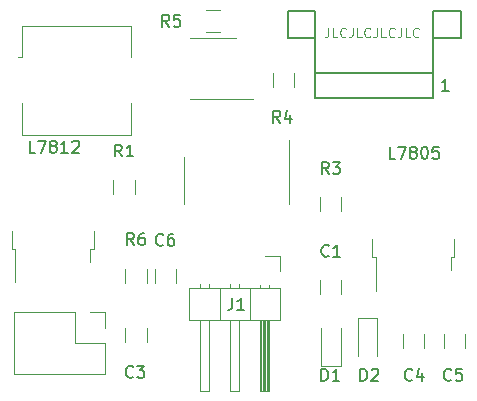
<source format=gbr>
G04 #@! TF.GenerationSoftware,KiCad,Pcbnew,(5.1.6)-1*
G04 #@! TF.CreationDate,2020-06-28T16:20:24-04:00*
G04 #@! TF.ProjectId,megadesk,6d656761-6465-4736-9b2e-6b696361645f,rev?*
G04 #@! TF.SameCoordinates,Original*
G04 #@! TF.FileFunction,Legend,Top*
G04 #@! TF.FilePolarity,Positive*
%FSLAX46Y46*%
G04 Gerber Fmt 4.6, Leading zero omitted, Abs format (unit mm)*
G04 Created by KiCad (PCBNEW (5.1.6)-1) date 2020-06-28 16:20:24*
%MOMM*%
%LPD*%
G01*
G04 APERTURE LIST*
%ADD10C,0.125000*%
%ADD11C,0.120000*%
%ADD12C,0.150000*%
G04 APERTURE END LIST*
D10*
X127004761Y-106661904D02*
X127004761Y-107233333D01*
X126966666Y-107347619D01*
X126890476Y-107423809D01*
X126776190Y-107461904D01*
X126700000Y-107461904D01*
X127766666Y-107461904D02*
X127385714Y-107461904D01*
X127385714Y-106661904D01*
X128490476Y-107385714D02*
X128452380Y-107423809D01*
X128338095Y-107461904D01*
X128261904Y-107461904D01*
X128147619Y-107423809D01*
X128071428Y-107347619D01*
X128033333Y-107271428D01*
X127995238Y-107119047D01*
X127995238Y-107004761D01*
X128033333Y-106852380D01*
X128071428Y-106776190D01*
X128147619Y-106700000D01*
X128261904Y-106661904D01*
X128338095Y-106661904D01*
X128452380Y-106700000D01*
X128490476Y-106738095D01*
X129061904Y-106661904D02*
X129061904Y-107233333D01*
X129023809Y-107347619D01*
X128947619Y-107423809D01*
X128833333Y-107461904D01*
X128757142Y-107461904D01*
X129823809Y-107461904D02*
X129442857Y-107461904D01*
X129442857Y-106661904D01*
X130547619Y-107385714D02*
X130509523Y-107423809D01*
X130395238Y-107461904D01*
X130319047Y-107461904D01*
X130204761Y-107423809D01*
X130128571Y-107347619D01*
X130090476Y-107271428D01*
X130052380Y-107119047D01*
X130052380Y-107004761D01*
X130090476Y-106852380D01*
X130128571Y-106776190D01*
X130204761Y-106700000D01*
X130319047Y-106661904D01*
X130395238Y-106661904D01*
X130509523Y-106700000D01*
X130547619Y-106738095D01*
X131119047Y-106661904D02*
X131119047Y-107233333D01*
X131080952Y-107347619D01*
X131004761Y-107423809D01*
X130890476Y-107461904D01*
X130814285Y-107461904D01*
X131880952Y-107461904D02*
X131500000Y-107461904D01*
X131500000Y-106661904D01*
X132604761Y-107385714D02*
X132566666Y-107423809D01*
X132452380Y-107461904D01*
X132376190Y-107461904D01*
X132261904Y-107423809D01*
X132185714Y-107347619D01*
X132147619Y-107271428D01*
X132109523Y-107119047D01*
X132109523Y-107004761D01*
X132147619Y-106852380D01*
X132185714Y-106776190D01*
X132261904Y-106700000D01*
X132376190Y-106661904D01*
X132452380Y-106661904D01*
X132566666Y-106700000D01*
X132604761Y-106738095D01*
X133176190Y-106661904D02*
X133176190Y-107233333D01*
X133138095Y-107347619D01*
X133061904Y-107423809D01*
X132947619Y-107461904D01*
X132871428Y-107461904D01*
X133938095Y-107461904D02*
X133557142Y-107461904D01*
X133557142Y-106661904D01*
X134661904Y-107385714D02*
X134623809Y-107423809D01*
X134509523Y-107461904D01*
X134433333Y-107461904D01*
X134319047Y-107423809D01*
X134242857Y-107347619D01*
X134204761Y-107271428D01*
X134166666Y-107119047D01*
X134166666Y-107004761D01*
X134204761Y-106852380D01*
X134242857Y-106776190D01*
X134319047Y-106700000D01*
X134433333Y-106661904D01*
X134509523Y-106661904D01*
X134623809Y-106700000D01*
X134661904Y-106738095D01*
D11*
X101090000Y-109140000D02*
X101090000Y-106490000D01*
X101090000Y-106490000D02*
X110310000Y-106490000D01*
X110310000Y-106490000D02*
X110310000Y-109140000D01*
X110310000Y-113060000D02*
X110310000Y-115710000D01*
X110310000Y-115710000D02*
X101090000Y-115710000D01*
X101090000Y-115710000D02*
X101090000Y-113060000D01*
X101090000Y-109140000D02*
X100760000Y-109140000D01*
X100370000Y-130770000D02*
X100370000Y-135970000D01*
X105510000Y-130770000D02*
X100370000Y-130770000D01*
X108110000Y-135970000D02*
X100370000Y-135970000D01*
X105510000Y-130770000D02*
X105510000Y-133370000D01*
X105510000Y-133370000D02*
X108110000Y-133370000D01*
X108110000Y-133370000D02*
X108110000Y-135970000D01*
X106780000Y-130770000D02*
X108110000Y-130770000D01*
X108110000Y-130770000D02*
X108110000Y-132100000D01*
X117200000Y-112660000D02*
X120650000Y-112660000D01*
X117200000Y-112660000D02*
X115250000Y-112660000D01*
X117200000Y-107540000D02*
X119150000Y-107540000D01*
X117200000Y-107540000D02*
X115250000Y-107540000D01*
X123635000Y-119600000D02*
X123635000Y-116150000D01*
X123635000Y-119600000D02*
X123635000Y-121550000D01*
X114765000Y-119600000D02*
X114765000Y-117650000D01*
X114765000Y-119600000D02*
X114765000Y-121550000D01*
X137355000Y-126095000D02*
X137355000Y-127195000D01*
X137625000Y-126095000D02*
X137355000Y-126095000D01*
X137625000Y-124595000D02*
X137625000Y-126095000D01*
X130995000Y-126095000D02*
X130995000Y-128925000D01*
X130725000Y-126095000D02*
X130995000Y-126095000D01*
X130725000Y-124595000D02*
X130725000Y-126095000D01*
X106855000Y-125358000D02*
X106855000Y-126458000D01*
X107125000Y-125358000D02*
X106855000Y-125358000D01*
X107125000Y-123858000D02*
X107125000Y-125358000D01*
X100495000Y-125358000D02*
X100495000Y-128188000D01*
X100225000Y-125358000D02*
X100495000Y-125358000D01*
X100225000Y-123858000D02*
X100225000Y-125358000D01*
X126350000Y-135332000D02*
X126350000Y-132050000D01*
X128050000Y-135332000D02*
X128050000Y-132050000D01*
X126350000Y-135332000D02*
X128050000Y-135332000D01*
X131150000Y-131268000D02*
X131150000Y-134418000D01*
X129474500Y-131268000D02*
X129474500Y-134418000D01*
X131150000Y-131268000D02*
X129474500Y-131268000D01*
X109790000Y-128264564D02*
X109790000Y-127060436D01*
X111610000Y-128264564D02*
X111610000Y-127060436D01*
X117844064Y-107010000D02*
X116639936Y-107010000D01*
X117844064Y-105190000D02*
X116639936Y-105190000D01*
X124110000Y-110497936D02*
X124110000Y-111702064D01*
X122290000Y-110497936D02*
X122290000Y-111702064D01*
X126290000Y-120997936D02*
X126290000Y-122202064D01*
X128110000Y-120997936D02*
X128110000Y-122202064D01*
X110610000Y-119560436D02*
X110610000Y-120764564D01*
X108790000Y-119560436D02*
X108790000Y-120764564D01*
X114110000Y-127060436D02*
X114110000Y-128264564D01*
X112290000Y-127060436D02*
X112290000Y-128264564D01*
X138610000Y-132560436D02*
X138610000Y-133764564D01*
X136790000Y-132560436D02*
X136790000Y-133764564D01*
X135110000Y-132560436D02*
X135110000Y-133764564D01*
X133290000Y-132560436D02*
X133290000Y-133764564D01*
X111610000Y-132061936D02*
X111610000Y-133266064D01*
X109790000Y-132061936D02*
X109790000Y-133266064D01*
X128110000Y-127997936D02*
X128110000Y-129202064D01*
X126290000Y-127997936D02*
X126290000Y-129202064D01*
D12*
X135900000Y-112625000D02*
X125900000Y-112625000D01*
X135900000Y-110475000D02*
X125900000Y-110475000D01*
X135900000Y-110475000D02*
X135900000Y-105250000D01*
X125900000Y-110475000D02*
X125900000Y-105250000D01*
X135900000Y-105250000D02*
X138250000Y-105250000D01*
X125900000Y-105250000D02*
X123550000Y-105250000D01*
X138250000Y-105250000D02*
X138250000Y-107500000D01*
X123550000Y-105250000D02*
X123550000Y-107500000D01*
X138250000Y-107500000D02*
X135900000Y-107500000D01*
X123550000Y-107500000D02*
X125900000Y-107500000D01*
X135900000Y-107500000D02*
X135900000Y-112625000D01*
X125900000Y-107500000D02*
X125900000Y-112625000D01*
D11*
X122870000Y-126030000D02*
X122870000Y-127300000D01*
X121600000Y-126030000D02*
X122870000Y-126030000D01*
X116140000Y-128342929D02*
X116140000Y-128740000D01*
X116900000Y-128342929D02*
X116900000Y-128740000D01*
X116140000Y-137400000D02*
X116140000Y-131400000D01*
X116900000Y-137400000D02*
X116140000Y-137400000D01*
X116900000Y-131400000D02*
X116900000Y-137400000D01*
X117790000Y-128740000D02*
X117790000Y-131400000D01*
X118680000Y-128342929D02*
X118680000Y-128740000D01*
X119440000Y-128342929D02*
X119440000Y-128740000D01*
X118680000Y-137400000D02*
X118680000Y-131400000D01*
X119440000Y-137400000D02*
X118680000Y-137400000D01*
X119440000Y-131400000D02*
X119440000Y-137400000D01*
X120330000Y-128740000D02*
X120330000Y-131400000D01*
X121220000Y-128410000D02*
X121220000Y-128740000D01*
X121980000Y-128410000D02*
X121980000Y-128740000D01*
X121320000Y-131400000D02*
X121320000Y-137400000D01*
X121440000Y-131400000D02*
X121440000Y-137400000D01*
X121560000Y-131400000D02*
X121560000Y-137400000D01*
X121680000Y-131400000D02*
X121680000Y-137400000D01*
X121800000Y-131400000D02*
X121800000Y-137400000D01*
X121920000Y-131400000D02*
X121920000Y-137400000D01*
X121220000Y-137400000D02*
X121220000Y-131400000D01*
X121980000Y-137400000D02*
X121220000Y-137400000D01*
X121980000Y-131400000D02*
X121980000Y-137400000D01*
X122930000Y-131400000D02*
X122930000Y-128740000D01*
X115190000Y-131400000D02*
X122930000Y-131400000D01*
X115190000Y-128740000D02*
X115190000Y-131400000D01*
X122930000Y-128740000D02*
X115190000Y-128740000D01*
D12*
X132664761Y-117752380D02*
X132188571Y-117752380D01*
X132188571Y-116752380D01*
X132902857Y-116752380D02*
X133569523Y-116752380D01*
X133140952Y-117752380D01*
X134093333Y-117180952D02*
X133998095Y-117133333D01*
X133950476Y-117085714D01*
X133902857Y-116990476D01*
X133902857Y-116942857D01*
X133950476Y-116847619D01*
X133998095Y-116800000D01*
X134093333Y-116752380D01*
X134283809Y-116752380D01*
X134379047Y-116800000D01*
X134426666Y-116847619D01*
X134474285Y-116942857D01*
X134474285Y-116990476D01*
X134426666Y-117085714D01*
X134379047Y-117133333D01*
X134283809Y-117180952D01*
X134093333Y-117180952D01*
X133998095Y-117228571D01*
X133950476Y-117276190D01*
X133902857Y-117371428D01*
X133902857Y-117561904D01*
X133950476Y-117657142D01*
X133998095Y-117704761D01*
X134093333Y-117752380D01*
X134283809Y-117752380D01*
X134379047Y-117704761D01*
X134426666Y-117657142D01*
X134474285Y-117561904D01*
X134474285Y-117371428D01*
X134426666Y-117276190D01*
X134379047Y-117228571D01*
X134283809Y-117180952D01*
X135093333Y-116752380D02*
X135188571Y-116752380D01*
X135283809Y-116800000D01*
X135331428Y-116847619D01*
X135379047Y-116942857D01*
X135426666Y-117133333D01*
X135426666Y-117371428D01*
X135379047Y-117561904D01*
X135331428Y-117657142D01*
X135283809Y-117704761D01*
X135188571Y-117752380D01*
X135093333Y-117752380D01*
X134998095Y-117704761D01*
X134950476Y-117657142D01*
X134902857Y-117561904D01*
X134855238Y-117371428D01*
X134855238Y-117133333D01*
X134902857Y-116942857D01*
X134950476Y-116847619D01*
X134998095Y-116800000D01*
X135093333Y-116752380D01*
X136331428Y-116752380D02*
X135855238Y-116752380D01*
X135807619Y-117228571D01*
X135855238Y-117180952D01*
X135950476Y-117133333D01*
X136188571Y-117133333D01*
X136283809Y-117180952D01*
X136331428Y-117228571D01*
X136379047Y-117323809D01*
X136379047Y-117561904D01*
X136331428Y-117657142D01*
X136283809Y-117704761D01*
X136188571Y-117752380D01*
X135950476Y-117752380D01*
X135855238Y-117704761D01*
X135807619Y-117657142D01*
X102184761Y-117244380D02*
X101708571Y-117244380D01*
X101708571Y-116244380D01*
X102422857Y-116244380D02*
X103089523Y-116244380D01*
X102660952Y-117244380D01*
X103613333Y-116672952D02*
X103518095Y-116625333D01*
X103470476Y-116577714D01*
X103422857Y-116482476D01*
X103422857Y-116434857D01*
X103470476Y-116339619D01*
X103518095Y-116292000D01*
X103613333Y-116244380D01*
X103803809Y-116244380D01*
X103899047Y-116292000D01*
X103946666Y-116339619D01*
X103994285Y-116434857D01*
X103994285Y-116482476D01*
X103946666Y-116577714D01*
X103899047Y-116625333D01*
X103803809Y-116672952D01*
X103613333Y-116672952D01*
X103518095Y-116720571D01*
X103470476Y-116768190D01*
X103422857Y-116863428D01*
X103422857Y-117053904D01*
X103470476Y-117149142D01*
X103518095Y-117196761D01*
X103613333Y-117244380D01*
X103803809Y-117244380D01*
X103899047Y-117196761D01*
X103946666Y-117149142D01*
X103994285Y-117053904D01*
X103994285Y-116863428D01*
X103946666Y-116768190D01*
X103899047Y-116720571D01*
X103803809Y-116672952D01*
X104946666Y-117244380D02*
X104375238Y-117244380D01*
X104660952Y-117244380D02*
X104660952Y-116244380D01*
X104565714Y-116387238D01*
X104470476Y-116482476D01*
X104375238Y-116530095D01*
X105327619Y-116339619D02*
X105375238Y-116292000D01*
X105470476Y-116244380D01*
X105708571Y-116244380D01*
X105803809Y-116292000D01*
X105851428Y-116339619D01*
X105899047Y-116434857D01*
X105899047Y-116530095D01*
X105851428Y-116672952D01*
X105280000Y-117244380D01*
X105899047Y-117244380D01*
X126409904Y-136548380D02*
X126409904Y-135548380D01*
X126648000Y-135548380D01*
X126790857Y-135596000D01*
X126886095Y-135691238D01*
X126933714Y-135786476D01*
X126981333Y-135976952D01*
X126981333Y-136119809D01*
X126933714Y-136310285D01*
X126886095Y-136405523D01*
X126790857Y-136500761D01*
X126648000Y-136548380D01*
X126409904Y-136548380D01*
X127933714Y-136548380D02*
X127362285Y-136548380D01*
X127648000Y-136548380D02*
X127648000Y-135548380D01*
X127552761Y-135691238D01*
X127457523Y-135786476D01*
X127362285Y-135834095D01*
X129711904Y-136548380D02*
X129711904Y-135548380D01*
X129950000Y-135548380D01*
X130092857Y-135596000D01*
X130188095Y-135691238D01*
X130235714Y-135786476D01*
X130283333Y-135976952D01*
X130283333Y-136119809D01*
X130235714Y-136310285D01*
X130188095Y-136405523D01*
X130092857Y-136500761D01*
X129950000Y-136548380D01*
X129711904Y-136548380D01*
X130664285Y-135643619D02*
X130711904Y-135596000D01*
X130807142Y-135548380D01*
X131045238Y-135548380D01*
X131140476Y-135596000D01*
X131188095Y-135643619D01*
X131235714Y-135738857D01*
X131235714Y-135834095D01*
X131188095Y-135976952D01*
X130616666Y-136548380D01*
X131235714Y-136548380D01*
X110533333Y-125052380D02*
X110200000Y-124576190D01*
X109961904Y-125052380D02*
X109961904Y-124052380D01*
X110342857Y-124052380D01*
X110438095Y-124100000D01*
X110485714Y-124147619D01*
X110533333Y-124242857D01*
X110533333Y-124385714D01*
X110485714Y-124480952D01*
X110438095Y-124528571D01*
X110342857Y-124576190D01*
X109961904Y-124576190D01*
X111390476Y-124052380D02*
X111200000Y-124052380D01*
X111104761Y-124100000D01*
X111057142Y-124147619D01*
X110961904Y-124290476D01*
X110914285Y-124480952D01*
X110914285Y-124861904D01*
X110961904Y-124957142D01*
X111009523Y-125004761D01*
X111104761Y-125052380D01*
X111295238Y-125052380D01*
X111390476Y-125004761D01*
X111438095Y-124957142D01*
X111485714Y-124861904D01*
X111485714Y-124623809D01*
X111438095Y-124528571D01*
X111390476Y-124480952D01*
X111295238Y-124433333D01*
X111104761Y-124433333D01*
X111009523Y-124480952D01*
X110961904Y-124528571D01*
X110914285Y-124623809D01*
X113519333Y-106576380D02*
X113186000Y-106100190D01*
X112947904Y-106576380D02*
X112947904Y-105576380D01*
X113328857Y-105576380D01*
X113424095Y-105624000D01*
X113471714Y-105671619D01*
X113519333Y-105766857D01*
X113519333Y-105909714D01*
X113471714Y-106004952D01*
X113424095Y-106052571D01*
X113328857Y-106100190D01*
X112947904Y-106100190D01*
X114424095Y-105576380D02*
X113947904Y-105576380D01*
X113900285Y-106052571D01*
X113947904Y-106004952D01*
X114043142Y-105957333D01*
X114281238Y-105957333D01*
X114376476Y-106004952D01*
X114424095Y-106052571D01*
X114471714Y-106147809D01*
X114471714Y-106385904D01*
X114424095Y-106481142D01*
X114376476Y-106528761D01*
X114281238Y-106576380D01*
X114043142Y-106576380D01*
X113947904Y-106528761D01*
X113900285Y-106481142D01*
X122917333Y-114704380D02*
X122584000Y-114228190D01*
X122345904Y-114704380D02*
X122345904Y-113704380D01*
X122726857Y-113704380D01*
X122822095Y-113752000D01*
X122869714Y-113799619D01*
X122917333Y-113894857D01*
X122917333Y-114037714D01*
X122869714Y-114132952D01*
X122822095Y-114180571D01*
X122726857Y-114228190D01*
X122345904Y-114228190D01*
X123774476Y-114037714D02*
X123774476Y-114704380D01*
X123536380Y-113656761D02*
X123298285Y-114371047D01*
X123917333Y-114371047D01*
X127033333Y-119052380D02*
X126700000Y-118576190D01*
X126461904Y-119052380D02*
X126461904Y-118052380D01*
X126842857Y-118052380D01*
X126938095Y-118100000D01*
X126985714Y-118147619D01*
X127033333Y-118242857D01*
X127033333Y-118385714D01*
X126985714Y-118480952D01*
X126938095Y-118528571D01*
X126842857Y-118576190D01*
X126461904Y-118576190D01*
X127366666Y-118052380D02*
X127985714Y-118052380D01*
X127652380Y-118433333D01*
X127795238Y-118433333D01*
X127890476Y-118480952D01*
X127938095Y-118528571D01*
X127985714Y-118623809D01*
X127985714Y-118861904D01*
X127938095Y-118957142D01*
X127890476Y-119004761D01*
X127795238Y-119052380D01*
X127509523Y-119052380D01*
X127414285Y-119004761D01*
X127366666Y-118957142D01*
X109533333Y-117552380D02*
X109200000Y-117076190D01*
X108961904Y-117552380D02*
X108961904Y-116552380D01*
X109342857Y-116552380D01*
X109438095Y-116600000D01*
X109485714Y-116647619D01*
X109533333Y-116742857D01*
X109533333Y-116885714D01*
X109485714Y-116980952D01*
X109438095Y-117028571D01*
X109342857Y-117076190D01*
X108961904Y-117076190D01*
X110485714Y-117552380D02*
X109914285Y-117552380D01*
X110200000Y-117552380D02*
X110200000Y-116552380D01*
X110104761Y-116695238D01*
X110009523Y-116790476D01*
X109914285Y-116838095D01*
X113011333Y-125023142D02*
X112963714Y-125070761D01*
X112820857Y-125118380D01*
X112725619Y-125118380D01*
X112582761Y-125070761D01*
X112487523Y-124975523D01*
X112439904Y-124880285D01*
X112392285Y-124689809D01*
X112392285Y-124546952D01*
X112439904Y-124356476D01*
X112487523Y-124261238D01*
X112582761Y-124166000D01*
X112725619Y-124118380D01*
X112820857Y-124118380D01*
X112963714Y-124166000D01*
X113011333Y-124213619D01*
X113868476Y-124118380D02*
X113678000Y-124118380D01*
X113582761Y-124166000D01*
X113535142Y-124213619D01*
X113439904Y-124356476D01*
X113392285Y-124546952D01*
X113392285Y-124927904D01*
X113439904Y-125023142D01*
X113487523Y-125070761D01*
X113582761Y-125118380D01*
X113773238Y-125118380D01*
X113868476Y-125070761D01*
X113916095Y-125023142D01*
X113963714Y-124927904D01*
X113963714Y-124689809D01*
X113916095Y-124594571D01*
X113868476Y-124546952D01*
X113773238Y-124499333D01*
X113582761Y-124499333D01*
X113487523Y-124546952D01*
X113439904Y-124594571D01*
X113392285Y-124689809D01*
X137395333Y-136453142D02*
X137347714Y-136500761D01*
X137204857Y-136548380D01*
X137109619Y-136548380D01*
X136966761Y-136500761D01*
X136871523Y-136405523D01*
X136823904Y-136310285D01*
X136776285Y-136119809D01*
X136776285Y-135976952D01*
X136823904Y-135786476D01*
X136871523Y-135691238D01*
X136966761Y-135596000D01*
X137109619Y-135548380D01*
X137204857Y-135548380D01*
X137347714Y-135596000D01*
X137395333Y-135643619D01*
X138300095Y-135548380D02*
X137823904Y-135548380D01*
X137776285Y-136024571D01*
X137823904Y-135976952D01*
X137919142Y-135929333D01*
X138157238Y-135929333D01*
X138252476Y-135976952D01*
X138300095Y-136024571D01*
X138347714Y-136119809D01*
X138347714Y-136357904D01*
X138300095Y-136453142D01*
X138252476Y-136500761D01*
X138157238Y-136548380D01*
X137919142Y-136548380D01*
X137823904Y-136500761D01*
X137776285Y-136453142D01*
X134093333Y-136453142D02*
X134045714Y-136500761D01*
X133902857Y-136548380D01*
X133807619Y-136548380D01*
X133664761Y-136500761D01*
X133569523Y-136405523D01*
X133521904Y-136310285D01*
X133474285Y-136119809D01*
X133474285Y-135976952D01*
X133521904Y-135786476D01*
X133569523Y-135691238D01*
X133664761Y-135596000D01*
X133807619Y-135548380D01*
X133902857Y-135548380D01*
X134045714Y-135596000D01*
X134093333Y-135643619D01*
X134950476Y-135881714D02*
X134950476Y-136548380D01*
X134712380Y-135500761D02*
X134474285Y-136215047D01*
X135093333Y-136215047D01*
X110471333Y-136199142D02*
X110423714Y-136246761D01*
X110280857Y-136294380D01*
X110185619Y-136294380D01*
X110042761Y-136246761D01*
X109947523Y-136151523D01*
X109899904Y-136056285D01*
X109852285Y-135865809D01*
X109852285Y-135722952D01*
X109899904Y-135532476D01*
X109947523Y-135437238D01*
X110042761Y-135342000D01*
X110185619Y-135294380D01*
X110280857Y-135294380D01*
X110423714Y-135342000D01*
X110471333Y-135389619D01*
X110804666Y-135294380D02*
X111423714Y-135294380D01*
X111090380Y-135675333D01*
X111233238Y-135675333D01*
X111328476Y-135722952D01*
X111376095Y-135770571D01*
X111423714Y-135865809D01*
X111423714Y-136103904D01*
X111376095Y-136199142D01*
X111328476Y-136246761D01*
X111233238Y-136294380D01*
X110947523Y-136294380D01*
X110852285Y-136246761D01*
X110804666Y-136199142D01*
X127033333Y-125957142D02*
X126985714Y-126004761D01*
X126842857Y-126052380D01*
X126747619Y-126052380D01*
X126604761Y-126004761D01*
X126509523Y-125909523D01*
X126461904Y-125814285D01*
X126414285Y-125623809D01*
X126414285Y-125480952D01*
X126461904Y-125290476D01*
X126509523Y-125195238D01*
X126604761Y-125100000D01*
X126747619Y-125052380D01*
X126842857Y-125052380D01*
X126985714Y-125100000D01*
X127033333Y-125147619D01*
X127985714Y-126052380D02*
X127414285Y-126052380D01*
X127700000Y-126052380D02*
X127700000Y-125052380D01*
X127604761Y-125195238D01*
X127509523Y-125290476D01*
X127414285Y-125338095D01*
X137185714Y-112002380D02*
X136614285Y-112002380D01*
X136900000Y-112002380D02*
X136900000Y-111002380D01*
X136804761Y-111145238D01*
X136709523Y-111240476D01*
X136614285Y-111288095D01*
X118866666Y-129552380D02*
X118866666Y-130266666D01*
X118819047Y-130409523D01*
X118723809Y-130504761D01*
X118580952Y-130552380D01*
X118485714Y-130552380D01*
X119866666Y-130552380D02*
X119295238Y-130552380D01*
X119580952Y-130552380D02*
X119580952Y-129552380D01*
X119485714Y-129695238D01*
X119390476Y-129790476D01*
X119295238Y-129838095D01*
M02*

</source>
